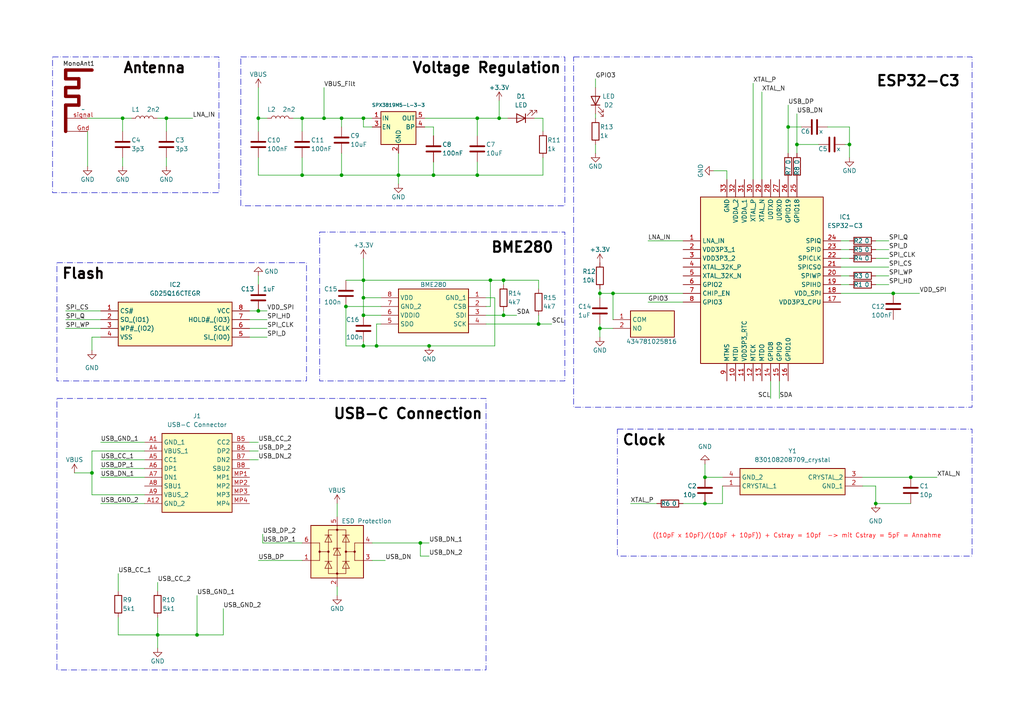
<source format=kicad_sch>
(kicad_sch (version 20230121) (generator eeschema)
  (paper "A4")
  (lib_symbols
    (symbol "830108208709:830108208709"
      (property "Reference" "Y" (at 36.83 7.62 0))
      (property "Value" "830108208709" (at 36.83 5.08 0))
      (symbol "830108208709_1_1"
        (rectangle (start 5.08 2.54) (end 35.56 -5.08) (stroke (width 0.254)) (fill (type background)))
        (pin passive line (at 0 -2.54 0) (length 5.08) (name "CRYSTAL_1") (number "1"))
        (pin passive line (at 40.64 -2.54 180) (length 5.08) (name "GND_1") (number "2"))
        (pin passive line (at 40.64 0 180) (length 5.08) (name "CRYSTAL_2") (number "3"))
        (pin passive line (at 0 0 0) (length 5.08) (name "GND_2") (number "4"))
      )
    )
    (symbol "BME280:BME280"
      (property "Reference" "HM" (at 26.67 7.62 0))
      (property "Value" "BME280" (at 26.67 5.08 0))
      (symbol "BME280_1_1"
        (rectangle (start 5.08 2.54) (end 25.4 -10.16) (stroke (width 0.254)) (fill (type background)))
        (pin power_in line (at 30.48 0 180) (length 5.08) (name "GND_1") (number "1"))
        (pin input line (at 30.48 -2.54 180) (length 5.08) (name "CSB") (number "2"))
        (pin passive line (at 30.48 -5.08 180) (length 5.08) (name "SDI") (number "3"))
        (pin passive line (at 30.48 -7.62 180) (length 5.08) (name "SCK") (number "4"))
        (pin passive line (at 0 -7.62 0) (length 5.08) (name "SDO") (number "5"))
        (pin power_in line (at 0 -5.08 0) (length 5.08) (name "VDDIO") (number "6"))
        (pin power_in line (at 0 -2.54 0) (length 5.08) (name "GND_2") (number "7"))
        (pin power_in line (at 0 0 0) (length 5.08) (name "VDD") (number "8"))
      )
    )
    (symbol "Device:C" (pin_numbers hide) (pin_names (offset 0.254))
      (property "Reference" "C" (at 0.635 2.54 0))
      (property "Value" "C" (at 0.635 -2.54 0))
      (symbol "C_0_1"
        (polyline (pts (xy -2.032 -0.762) (xy 2.032 -0.762)) (stroke (width 0.508)))
        (polyline (pts (xy -2.032 0.762) (xy 2.032 0.762)) (stroke (width 0.508)))
      )
      (symbol "C_1_1"
        (pin passive line (at 0 3.81 270) (length 2.794) (name "~") (number "1"))
        (pin passive line (at 0 -3.81 90) (length 2.794) (name "~") (number "2"))
      )
    )
    (symbol "Device:L" (pin_numbers hide) (pin_names (offset 1.016) hide)
      (property "Reference" "L" (at -1.27 0 90))
      (property "Value" "L" (at 1.905 0 90))
      (symbol "L_0_1"
        (arc (start 0 -2.54) (mid 0.6323 -1.905) (end 0 -1.27))
        (arc (start 0 -1.27) (mid 0.6323 -0.635) (end 0 0))
        (arc (start 0 0) (mid 0.6323 0.635) (end 0 1.27))
        (arc (start 0 1.27) (mid 0.6323 1.905) (end 0 2.54))
      )
      (symbol "L_1_1"
        (pin passive line (at 0 3.81 270) (length 1.27) (name "1") (number "1"))
        (pin passive line (at 0 -3.81 90) (length 1.27) (name "2") (number "2"))
      )
    )
    (symbol "Device:LED" (pin_numbers hide) (pin_names (offset 1.016) hide)
      (property "Reference" "D" (at 0 2.54 0))
      (property "Value" "LED" (at 0 -2.54 0))
      (symbol "LED_0_1"
        (polyline (pts (xy -1.27 -1.27) (xy -1.27 1.27)) (stroke (width 0.254)))
        (polyline (pts (xy -1.27 0) (xy 1.27 0)))
        (polyline (pts (xy 1.27 -1.27) (xy 1.27 1.27) (xy -1.27 0) (xy 1.27 -1.27)) (stroke (width 0.254)))
        (polyline (pts (xy -3.048 -0.762) (xy -4.572 -2.286) (xy -3.81 -2.286) (xy -4.572 -2.286) (xy -4.572 -1.524)))
        (polyline (pts (xy -1.778 -0.762) (xy -3.302 -2.286) (xy -2.54 -2.286) (xy -3.302 -2.286) (xy -3.302 -1.524)))
      )
      (symbol "LED_1_1"
        (pin passive line (at -3.81 0 0) (length 2.54) (name "K") (number "1"))
        (pin passive line (at 3.81 0 180) (length 2.54) (name "A") (number "2"))
      )
    )
    (symbol "Device:R" (pin_numbers hide) (pin_names (offset 0))
      (property "Reference" "R" (at 2.032 0 90))
      (property "Value" "R" (at 0 0 90))
      (symbol "R_0_1"
        (rectangle (start -1.016 -2.54) (end 1.016 2.54) (stroke (width 0.254)))
      )
      (symbol "R_1_1"
        (pin passive line (at 0 3.81 270) (length 1.27) (name "~") (number "1"))
        (pin passive line (at 0 -3.81 90) (length 1.27) (name "~") (number "2"))
      )
    )
    (symbol "Device:antenna_triangle"
      (symbol "antenna_triangle_0_1"
        (polyline (pts (xy 1.27 -3.81) (xy -5.08 -3.81)))
        (polyline (pts (xy 1.27 0) (xy -5.08 0)))
      )
      (symbol "antenna_triangle_1_1"
        (polyline (pts (xy -5.08 -3.81) (xy -5.08 3.81)) (stroke (width 1)))
        (polyline (pts (xy -5.08 3.81) (xy -1.27 3.81)) (stroke (width 1)))
        (polyline (pts (xy -5.08 6.35) (xy -5.08 8.89)) (stroke (width 1)))
        (polyline (pts (xy -5.08 8.89) (xy -1.27 8.89)) (stroke (width 1)))
        (polyline (pts (xy -5.08 11.43) (xy -5.08 13.97)) (stroke (width 1)))
        (polyline (pts (xy -5.08 13.97) (xy 2.54 13.97)) (stroke (width 1)))
        (polyline (pts (xy -1.27 3.81) (xy -1.27 6.35)) (stroke (width 1)))
        (polyline (pts (xy -1.27 6.35) (xy -5.08 6.35)) (stroke (width 1)))
        (polyline (pts (xy -1.27 8.89) (xy -1.27 11.43)) (stroke (width 1)))
        (polyline (pts (xy -1.27 11.43) (xy -5.08 11.43)) (stroke (width 1)))
        (pin output line (at 1.27 -3.81 180) (length 2.54) (name "") (number "Gnd"))
        (pin input line (at 1.27 0 180) (length 2.54) (name "") (number "signal"))
      )
    )
    (symbol "ESP32-C3:ESP32-C3"
      (property "Reference" "IC" (at 41.91 17.78 0))
      (property "Value" "ESP32-C3" (at 41.91 15.24 0))
      (symbol "ESP32-C3_1_1"
        (rectangle (start 5.08 12.7) (end 40.64 -35.56) (stroke (width 0.254)) (fill (type background)))
        (pin passive line (at 0 0 0) (length 5.08) (name "LNA_IN") (number "1"))
        (pin passive line (at 15.24 -40.64 90) (length 5.08) (name "MTDI") (number "10"))
        (pin passive line (at 17.78 -40.64 90) (length 5.08) (name "VDD3P3_RTC") (number "11"))
        (pin passive line (at 20.32 -40.64 90) (length 5.08) (name "MTCK") (number "12"))
        (pin passive line (at 22.86 -40.64 90) (length 5.08) (name "MTDO") (number "13"))
        (pin passive line (at 25.4 -40.64 90) (length 5.08) (name "GPIO8") (number "14"))
        (pin passive line (at 27.94 -40.64 90) (length 5.08) (name "GPIO9") (number "15"))
        (pin passive line (at 30.48 -40.64 90) (length 5.08) (name "GPIO10") (number "16"))
        (pin passive line (at 45.72 -17.78 180) (length 5.08) (name "VDD3P3_CPU") (number "17"))
        (pin passive line (at 45.72 -15.24 180) (length 5.08) (name "VDD_SPI") (number "18"))
        (pin passive line (at 45.72 -12.7 180) (length 5.08) (name "SPIHD") (number "19"))
        (pin passive line (at 0 -2.54 0) (length 5.08) (name "VDD3P3_1") (number "2"))
        (pin passive line (at 45.72 -10.16 180) (length 5.08) (name "SPIWP") (number "20"))
        (pin passive line (at 45.72 -7.62 180) (length 5.08) (name "SPICS0") (number "21"))
        (pin passive line (at 45.72 -5.08 180) (length 5.08) (name "SPICLK") (number "22"))
        (pin passive line (at 45.72 -2.54 180) (length 5.08) (name "SPID") (number "23"))
        (pin passive line (at 45.72 0 180) (length 5.08) (name "SPIQ") (number "24"))
        (pin passive line (at 33.02 17.78 270) (length 5.08) (name "GPIO18") (number "25"))
        (pin passive line (at 30.48 17.78 270) (length 5.08) (name "GPIO19") (number "26"))
        (pin passive line (at 27.94 17.78 270) (length 5.08) (name "U0RXD") (number "27"))
        (pin passive line (at 25.4 17.78 270) (length 5.08) (name "U0TXD") (number "28"))
        (pin passive line (at 22.86 17.78 270) (length 5.08) (name "XTAL_N") (number "29"))
        (pin passive line (at 0 -5.08 0) (length 5.08) (name "VDD3P3_2") (number "3"))
        (pin passive line (at 20.32 17.78 270) (length 5.08) (name "XTAL_P") (number "30"))
        (pin passive line (at 17.78 17.78 270) (length 5.08) (name "VDDA_1") (number "31"))
        (pin passive line (at 15.24 17.78 270) (length 5.08) (name "VDDA_2") (number "32"))
        (pin passive line (at 12.7 17.78 270) (length 5.08) (name "GND") (number "33"))
        (pin passive line (at 0 -7.62 0) (length 5.08) (name "XTAL_32K_P") (number "4"))
        (pin passive line (at 0 -10.16 0) (length 5.08) (name "XTAL_32K_N") (number "5"))
        (pin passive line (at 0 -12.7 0) (length 5.08) (name "GPIO2") (number "6"))
        (pin passive line (at 0 -15.24 0) (length 5.08) (name "CHIP_EN") (number "7"))
        (pin passive line (at 0 -17.78 0) (length 5.08) (name "GPIO3") (number "8"))
        (pin passive line (at 12.7 -40.64 90) (length 5.08) (name "MTMS") (number "9"))
      )
    )
    (symbol "GD25Q16CTEGR:GD25Q16CTEGR"
      (property "Reference" "IC" (at 39.37 7.62 0))
      (property "Value" "GD25Q16CTEGR" (at 39.37 5.08 0))
      (symbol "GD25Q16CTEGR_1_1"
        (rectangle (start 5.08 2.54) (end 38.1 -10.16) (stroke (width 0.254)) (fill (type background)))
        (pin passive line (at 0 0 0) (length 5.08) (name "CS#") (number "1"))
        (pin passive line (at 0 -2.54 0) (length 5.08) (name "SO_(IO1)") (number "2"))
        (pin passive line (at 0 -5.08 0) (length 5.08) (name "WP#_(IO2)") (number "3"))
        (pin passive line (at 0 -7.62 0) (length 5.08) (name "VSS") (number "4"))
        (pin passive line (at 43.18 -7.62 180) (length 5.08) (name "SI_(IO0)") (number "5"))
        (pin passive line (at 43.18 -5.08 180) (length 5.08) (name "SCLK") (number "6"))
        (pin passive line (at 43.18 -2.54 180) (length 5.08) (name "HOLD#_(IO3)") (number "7"))
        (pin passive line (at 43.18 0 180) (length 5.08) (name "VCC") (number "8"))
      )
    )
    (symbol "GSB1C41110SSHR:GSB1C41110SSHR"
      (property "Reference" "J" (at 26.67 7.62 0))
      (property "Value" "GSB1C41110SSHR" (at 26.67 5.08 0))
      (symbol "GSB1C41110SSHR_1_1"
        (rectangle (start 5.08 2.54) (end 25.4 -20.32) (stroke (width 0.254)) (fill (type background)))
        (pin passive line (at 0 0 0) (length 5.08) (name "GND_1") (number "A1"))
        (pin passive line (at 0 -17.78 0) (length 5.08) (name "GND_2") (number "A12"))
        (pin passive line (at 0 -2.54 0) (length 5.08) (name "VBUS_1") (number "A4"))
        (pin passive line (at 0 -5.08 0) (length 5.08) (name "CC1") (number "A5"))
        (pin passive line (at 0 -7.62 0) (length 5.08) (name "DP1") (number "A6"))
        (pin passive line (at 0 -10.16 0) (length 5.08) (name "DN1") (number "A7"))
        (pin passive line (at 0 -12.7 0) (length 5.08) (name "SBU1") (number "A8"))
        (pin passive line (at 0 -15.24 0) (length 5.08) (name "VBUS_2") (number "A9"))
        (pin passive line (at 30.48 0 180) (length 5.08) (name "CC2") (number "B5"))
        (pin passive line (at 30.48 -2.54 180) (length 5.08) (name "DP2") (number "B6"))
        (pin passive line (at 30.48 -5.08 180) (length 5.08) (name "DN2") (number "B7"))
        (pin passive line (at 30.48 -7.62 180) (length 5.08) (name "SBU2") (number "B8"))
        (pin passive line (at 30.48 -10.16 180) (length 5.08) (name "MP1") (number "MP1"))
        (pin passive line (at 30.48 -12.7 180) (length 5.08) (name "MP2") (number "MP2"))
        (pin passive line (at 30.48 -15.24 180) (length 5.08) (name "MP3") (number "MP3"))
        (pin passive line (at 30.48 -17.78 180) (length 5.08) (name "MP4") (number "MP4"))
      )
    )
    (symbol "Power_Protection:USBLC6-2P6" (pin_names hide)
      (property "Reference" "U" (at 2.54 8.89 0))
      (property "Value" "USBLC6-2P6" (at 2.54 -8.89 0))
      (symbol "USBLC6-2P6_0_1"
        (rectangle (start -7.62 -7.62) (end 7.62 7.62) (stroke (width 0.254)) (fill (type background)))
        (circle (center -5.08 0) (radius 0.254) (fill (type outline)))
        (circle (center -2.54 0) (radius 0.254) (fill (type outline)))
        (rectangle (start -2.54 6.35) (end 2.54 -6.35))
        (circle (center 0 -6.35) (radius 0.254) (fill (type outline)))
        (polyline (pts (xy -5.08 -2.54) (xy -7.62 -2.54)))
        (polyline (pts (xy -5.08 0) (xy -5.08 -2.54)))
        (polyline (pts (xy -5.08 2.54) (xy -7.62 2.54)))
        (polyline (pts (xy -1.524 -2.794) (xy -3.556 -2.794)))
        (polyline (pts (xy -1.524 4.826) (xy -3.556 4.826)))
        (polyline (pts (xy 0 -7.62) (xy 0 -6.35)))
        (polyline (pts (xy 0 -6.35) (xy 0 1.27)))
        (polyline (pts (xy 0 1.27) (xy 0 6.35)))
        (polyline (pts (xy 0 6.35) (xy 0 7.62)))
        (polyline (pts (xy 1.524 -2.794) (xy 3.556 -2.794)))
        (polyline (pts (xy 1.524 4.826) (xy 3.556 4.826)))
        (polyline (pts (xy 5.08 -2.54) (xy 7.62 -2.54)))
        (polyline (pts (xy 5.08 0) (xy 5.08 -2.54)))
        (polyline (pts (xy 5.08 2.54) (xy 7.62 2.54)))
        (polyline (pts (xy -2.54 0) (xy -5.08 0) (xy -5.08 2.54)))
        (polyline (pts (xy 2.54 0) (xy 5.08 0) (xy 5.08 2.54)))
        (polyline (pts (xy -3.556 -4.826) (xy -1.524 -4.826) (xy -2.54 -2.794) (xy -3.556 -4.826)))
        (polyline (pts (xy -3.556 2.794) (xy -1.524 2.794) (xy -2.54 4.826) (xy -3.556 2.794)))
        (polyline (pts (xy -1.016 -1.016) (xy 1.016 -1.016) (xy 0 1.016) (xy -1.016 -1.016)))
        (polyline (pts (xy 1.016 1.016) (xy 0.762 1.016) (xy -1.016 1.016) (xy -1.016 0.508)))
        (polyline (pts (xy 3.556 -4.826) (xy 1.524 -4.826) (xy 2.54 -2.794) (xy 3.556 -4.826)))
        (polyline (pts (xy 3.556 2.794) (xy 1.524 2.794) (xy 2.54 4.826) (xy 3.556 2.794)))
        (circle (center 0 6.35) (radius 0.254) (fill (type outline)))
        (circle (center 2.54 0) (radius 0.254) (fill (type outline)))
        (circle (center 5.08 0) (radius 0.254) (fill (type outline)))
      )
      (symbol "USBLC6-2P6_1_1"
        (pin passive line (at -10.16 -2.54 0) (length 2.54) (name "I/O1") (number "1"))
        (pin passive line (at 0 -10.16 90) (length 2.54) (name "GND") (number "2"))
        (pin passive line (at 10.16 -2.54 180) (length 2.54) (name "I/O2") (number "3"))
        (pin passive line (at 10.16 2.54 180) (length 2.54) (name "I/O2") (number "4"))
        (pin passive line (at 0 10.16 270) (length 2.54) (name "VBUS") (number "5"))
        (pin passive line (at -10.16 2.54 0) (length 2.54) (name "I/O1") (number "6"))
      )
    )
    (symbol "Regulator_Linear:SPX3819M5-L-3-3" (pin_names (offset 0.254))
      (property "Reference" "U" (at -3.81 5.715 0))
      (property "Value" "SPX3819M5-L-3-3" (at 0 5.715 0))
      (symbol "SPX3819M5-L-3-3_0_1"
        (rectangle (start -5.08 4.445) (end 5.08 -5.08) (stroke (width 0.254)) (fill (type background)))
      )
      (symbol "SPX3819M5-L-3-3_1_1"
        (pin power_in line (at -7.62 2.54 0) (length 2.54) (name "IN") (number "1"))
        (pin power_in line (at 0 -7.62 90) (length 2.54) (name "GND") (number "2"))
        (pin input line (at -7.62 0 0) (length 2.54) (name "EN") (number "3"))
        (pin input line (at 7.62 0 180) (length 2.54) (name "BP") (number "4"))
        (pin power_out line (at 7.62 2.54 180) (length 2.54) (name "OUT") (number "5"))
      )
    )
    (symbol "power:+3.3V" (power) (pin_names (offset 0))
      (property "Value" "+3.3V" (at 0 3.556 0))
      (symbol "+3.3V_0_1"
        (polyline (pts (xy -0.762 1.27) (xy 0 2.54)))
        (polyline (pts (xy 0 0) (xy 0 2.54)))
        (polyline (pts (xy 0 2.54) (xy 0.762 1.27)))
      )
      (symbol "+3.3V_1_1"
        (pin power_in line (at 0 0 90) (length 0) hide (name "+3.3V") (number "1"))
      )
    )
    (symbol "power:GND" (power) (pin_names (offset 0))
      (property "Value" "GND" (at 0 -3.81 0))
      (symbol "GND_0_1"
        (polyline (pts (xy 0 0) (xy 0 -1.27) (xy 1.27 -1.27) (xy 0 -2.54) (xy -1.27 -1.27) (xy 0 -1.27)))
      )
      (symbol "GND_1_1"
        (pin power_in line (at 0 0 270) (length 0) hide (name "GND") (number "1"))
      )
    )
    (symbol "power:VBUS" (power) (pin_names (offset 0))
      (property "Value" "VBUS" (at 0 3.81 0))
      (symbol "VBUS_0_1"
        (polyline (pts (xy -0.762 1.27) (xy 0 2.54)))
        (polyline (pts (xy 0 0) (xy 0 2.54)))
        (polyline (pts (xy 0 2.54) (xy 0.762 1.27)))
      )
      (symbol "VBUS_1_1"
        (pin power_in line (at 0 0 90) (length 0) hide (name "VBUS") (number "1"))
      )
    )
    (symbol "tactical_switch_SensorHub:434781025816"
      (property "Reference" "S" (at 19.05 7.62 0))
      (property "Value" "434781025816" (at 19.05 5.08 0))
      (symbol "434781025816_1_1"
        (rectangle (start 5.08 2.54) (end 17.78 -5.08) (stroke (width 0.254)) (fill (type background)))
        (pin passive line (at 0 0 0) (length 5.08) (name "COM") (number "1"))
        (pin passive line (at 0 -2.54 0) (length 5.08) (name "NO") (number "2"))
      )
    )
  )
  (junction (at 156.21 93.98))
  (junction (at 228.6 36.83))
  (junction (at 246.38 41.91))
  (junction (at 173.99 95.25))
  (junction (at 105.41 91.44))
  (junction (at 124.46 100.33))
  (junction (at 259.08 85.09))
  (junction (at 87.63 34.29))
  (junction (at 264.16 138.43))
  (junction (at 26.67 137.16))
  (junction (at 74.93 90.17))
  (junction (at 121.92 157.48))
  (junction (at 146.05 81.28))
  (junction (at 87.63 50.8))
  (junction (at 105.41 81.28))
  (junction (at 109.22 100.33))
  (junction (at 115.57 50.8))
  (junction (at 144.78 34.29))
  (junction (at 57.15 184.15))
  (junction (at 100.33 88.9))
  (junction (at 105.41 100.33))
  (junction (at 142.24 81.28))
  (junction (at 35.56 34.29))
  (junction (at 125.73 50.8))
  (junction (at 99.06 34.29))
  (junction (at 173.99 85.09))
  (junction (at 105.41 86.36))
  (junction (at 74.93 34.29))
  (junction (at 99.06 50.8))
  (junction (at 177.8 85.09))
  (junction (at 138.43 34.29))
  (junction (at 105.41 34.29))
  (junction (at 45.72 184.15))
  (junction (at 204.47 146.05))
  (junction (at 231.14 41.91))
  (junction (at 93.98 34.29))
  (junction (at 254 146.05))
  (junction (at 146.05 91.44))
  (junction (at 48.26 34.29))
  (junction (at 138.43 50.8))
  (junction (at 204.47 138.43))
  (wire (pts (xy 72.39 97.79) (xy 77.47 97.79)))
  (wire (pts (xy 97.79 170.18) (xy 97.79 172.72)))
  (wire (pts (xy 173.99 83.82) (xy 173.99 85.09)))
  (wire (pts (xy 231.14 41.91) (xy 231.14 44.45)))
  (wire (pts (xy 57.15 172.72) (xy 57.15 184.15)))
  (wire (pts (xy 243.84 77.47) (xy 257.81 77.47)))
  (wire (pts (xy 246.38 41.91) (xy 246.38 36.83)))
  (wire (pts (xy 182.88 146.05) (xy 190.5 146.05)))
  (wire (pts (xy 173.99 85.09) (xy 177.8 85.09)))
  (wire (pts (xy 243.84 82.55) (xy 246.38 82.55)))
  (wire (pts (xy 109.22 100.33) (xy 105.41 100.33)))
  (wire (pts (xy 74.93 25.4) (xy 74.93 34.29)))
  (wire (pts (xy 220.98 26.67) (xy 220.98 52.07)))
  (wire (pts (xy 29.21 128.27) (xy 41.91 128.27)))
  (wire (pts (xy 74.93 38.1) (xy 74.93 34.29)))
  (wire (pts (xy 48.26 45.72) (xy 48.26 48.26)))
  (wire (pts (xy 35.56 34.29) (xy 38.1 34.29)))
  (wire (pts (xy 72.39 90.17) (xy 74.93 90.17)))
  (wire (pts (xy 142.24 81.28) (xy 146.05 81.28)))
  (wire (pts (xy 97.79 146.05) (xy 97.79 149.86)))
  (wire (pts (xy 64.77 176.53) (xy 64.77 184.15)))
  (wire (pts (xy 226.06 110.49) (xy 226.06 115.57)))
  (wire (pts (xy 173.99 93.98) (xy 173.99 95.25)))
  (wire (pts (xy 146.05 81.28) (xy 146.05 82.55)))
  (wire (pts (xy 76.2 157.48) (xy 87.63 157.48)))
  (wire (pts (xy 87.63 50.8) (xy 99.06 50.8)))
  (wire (pts (xy 146.05 90.17) (xy 146.05 91.44)))
  (wire (pts (xy 173.99 95.25) (xy 177.8 95.25)))
  (wire (pts (xy 243.84 80.01) (xy 246.38 80.01)))
  (wire (pts (xy 72.39 92.71) (xy 77.47 92.71)))
  (wire (pts (xy 29.21 138.43) (xy 41.91 138.43)))
  (wire (pts (xy 105.41 34.29) (xy 105.41 36.83)))
  (wire (pts (xy 228.6 36.83) (xy 232.41 36.83)))
  (wire (pts (xy 76.2 154.94) (xy 76.2 157.48)))
  (wire (pts (xy 19.05 95.25) (xy 29.21 95.25)))
  (wire (pts (xy 25.4 38.1) (xy 25.4 48.26)))
  (wire (pts (xy 109.22 93.98) (xy 109.22 100.33)))
  (wire (pts (xy 125.73 46.99) (xy 125.73 50.8)))
  (wire (pts (xy 74.93 80.01) (xy 74.93 82.55)))
  (wire (pts (xy 250.19 138.43) (xy 264.16 138.43)))
  (wire (pts (xy 177.8 85.09) (xy 177.8 92.71)))
  (wire (pts (xy 157.48 50.8) (xy 138.43 50.8)))
  (wire (pts (xy 87.63 45.72) (xy 87.63 50.8)))
  (wire (pts (xy 187.96 69.85) (xy 198.12 69.85)))
  (wire (pts (xy 172.72 22.86) (xy 172.72 25.4)))
  (wire (pts (xy 99.06 44.45) (xy 99.06 50.8)))
  (wire (pts (xy 107.95 34.29) (xy 105.41 34.29)))
  (wire (pts (xy 204.47 146.05) (xy 209.55 146.05)))
  (wire (pts (xy 144.78 34.29) (xy 147.32 34.29)))
  (wire (pts (xy 142.24 88.9) (xy 140.97 88.9)))
  (wire (pts (xy 115.57 50.8) (xy 115.57 53.34)))
  (wire (pts (xy 228.6 30.48) (xy 228.6 36.83)))
  (wire (pts (xy 115.57 50.8) (xy 125.73 50.8)))
  (wire (pts (xy 156.21 83.82) (xy 156.21 81.28)))
  (wire (pts (xy 246.38 36.83) (xy 240.03 36.83)))
  (wire (pts (xy 138.43 46.99) (xy 138.43 50.8)))
  (wire (pts (xy 243.84 85.09) (xy 259.08 85.09)))
  (wire (pts (xy 72.39 130.81) (xy 74.93 130.81)))
  (wire (pts (xy 35.56 38.1) (xy 35.56 34.29)))
  (wire (pts (xy 74.93 34.29) (xy 77.47 34.29)))
  (wire (pts (xy 85.09 34.29) (xy 87.63 34.29)))
  (wire (pts (xy 254 140.97) (xy 254 146.05)))
  (wire (pts (xy 254 74.93) (xy 257.81 74.93)))
  (wire (pts (xy 21.59 137.16) (xy 26.67 137.16)))
  (wire (pts (xy 107.95 162.56) (xy 111.76 162.56)))
  (wire (pts (xy 173.99 97.79) (xy 173.99 95.25)))
  (wire (pts (xy 146.05 91.44) (xy 149.86 91.44)))
  (wire (pts (xy 259.08 85.09) (xy 266.7 85.09)))
  (wire (pts (xy 254 72.39) (xy 257.81 72.39)))
  (wire (pts (xy 254 80.01) (xy 257.81 80.01)))
  (wire (pts (xy 254 82.55) (xy 257.81 82.55)))
  (wire (pts (xy 100.33 88.9) (xy 110.49 88.9)))
  (wire (pts (xy 74.93 45.72) (xy 74.93 50.8)))
  (wire (pts (xy 121.92 157.48) (xy 124.46 157.48)))
  (wire (pts (xy 29.21 133.35) (xy 41.91 133.35)))
  (wire (pts (xy 45.72 34.29) (xy 48.26 34.29)))
  (wire (pts (xy 26.67 97.79) (xy 26.67 101.6)))
  (wire (pts (xy 140.97 93.98) (xy 156.21 93.98)))
  (wire (pts (xy 34.29 184.15) (xy 45.72 184.15)))
  (wire (pts (xy 87.63 34.29) (xy 87.63 38.1)))
  (wire (pts (xy 72.39 133.35) (xy 74.93 133.35)))
  (wire (pts (xy 72.39 128.27) (xy 74.93 128.27)))
  (wire (pts (xy 125.73 36.83) (xy 123.19 36.83)))
  (wire (pts (xy 172.72 41.91) (xy 172.72 44.45)))
  (wire (pts (xy 34.29 166.37) (xy 34.29 171.45)))
  (wire (pts (xy 93.98 25.4) (xy 93.98 34.29)))
  (wire (pts (xy 115.57 44.45) (xy 115.57 50.8)))
  (wire (pts (xy 107.95 36.83) (xy 105.41 36.83)))
  (wire (pts (xy 187.96 87.63) (xy 198.12 87.63)))
  (wire (pts (xy 105.41 100.33) (xy 100.33 100.33)))
  (wire (pts (xy 48.26 34.29) (xy 48.26 38.1)))
  (wire (pts (xy 105.41 81.28) (xy 105.41 74.93)))
  (wire (pts (xy 99.06 34.29) (xy 99.06 36.83)))
  (wire (pts (xy 105.41 91.44) (xy 105.41 86.36)))
  (wire (pts (xy 143.51 100.33) (xy 143.51 86.36)))
  (wire (pts (xy 243.84 69.85) (xy 246.38 69.85)))
  (wire (pts (xy 100.33 81.28) (xy 105.41 81.28)))
  (wire (pts (xy 173.99 86.36) (xy 173.99 85.09)))
  (wire (pts (xy 172.72 33.02) (xy 172.72 34.29)))
  (wire (pts (xy 110.49 86.36) (xy 105.41 86.36)))
  (wire (pts (xy 45.72 179.07) (xy 45.72 184.15)))
  (wire (pts (xy 237.49 41.91) (xy 231.14 41.91)))
  (wire (pts (xy 74.93 162.56) (xy 87.63 162.56)))
  (wire (pts (xy 144.78 29.21) (xy 144.78 34.29)))
  (wire (pts (xy 74.93 90.17) (xy 77.47 90.17)))
  (wire (pts (xy 45.72 168.91) (xy 45.72 171.45)))
  (wire (pts (xy 29.21 97.79) (xy 26.67 97.79)))
  (wire (pts (xy 243.84 74.93) (xy 246.38 74.93)))
  (wire (pts (xy 125.73 39.37) (xy 125.73 36.83)))
  (wire (pts (xy 19.05 92.71) (xy 29.21 92.71)))
  (wire (pts (xy 72.39 95.25) (xy 77.47 95.25)))
  (wire (pts (xy 19.05 90.17) (xy 29.21 90.17)))
  (wire (pts (xy 105.41 86.36) (xy 105.41 81.28)))
  (wire (pts (xy 138.43 34.29) (xy 144.78 34.29)))
  (wire (pts (xy 140.97 91.44) (xy 146.05 91.44)))
  (wire (pts (xy 254 69.85) (xy 257.81 69.85)))
  (wire (pts (xy 100.33 100.33) (xy 100.33 88.9)))
  (wire (pts (xy 254 146.05) (xy 264.16 146.05)))
  (wire (pts (xy 207.01 49.53) (xy 210.82 49.53)))
  (wire (pts (xy 26.67 130.81) (xy 26.67 137.16)))
  (wire (pts (xy 99.06 50.8) (xy 115.57 50.8)))
  (wire (pts (xy 246.38 45.72) (xy 246.38 41.91)))
  (wire (pts (xy 231.14 33.02) (xy 231.14 41.91)))
  (wire (pts (xy 223.52 110.49) (xy 223.52 115.57)))
  (wire (pts (xy 204.47 138.43) (xy 209.55 138.43)))
  (wire (pts (xy 57.15 184.15) (xy 45.72 184.15)))
  (wire (pts (xy 34.29 179.07) (xy 34.29 184.15)))
  (wire (pts (xy 105.41 34.29) (xy 99.06 34.29)))
  (wire (pts (xy 105.41 99.06) (xy 105.41 100.33)))
  (wire (pts (xy 25.4 34.29) (xy 35.56 34.29)))
  (wire (pts (xy 124.46 161.29) (xy 121.92 161.29)))
  (wire (pts (xy 243.84 72.39) (xy 246.38 72.39)))
  (wire (pts (xy 110.49 91.44) (xy 105.41 91.44)))
  (wire (pts (xy 93.98 34.29) (xy 99.06 34.29)))
  (wire (pts (xy 157.48 34.29) (xy 157.48 38.1)))
  (wire (pts (xy 142.24 81.28) (xy 142.24 88.9)))
  (wire (pts (xy 45.72 184.15) (xy 45.72 187.96)))
  (wire (pts (xy 107.95 157.48) (xy 121.92 157.48)))
  (wire (pts (xy 156.21 81.28) (xy 146.05 81.28)))
  (wire (pts (xy 35.56 45.72) (xy 35.56 48.26)))
  (wire (pts (xy 74.93 50.8) (xy 87.63 50.8)))
  (wire (pts (xy 121.92 161.29) (xy 121.92 157.48)))
  (wire (pts (xy 29.21 146.05) (xy 41.91 146.05)))
  (wire (pts (xy 157.48 45.72) (xy 157.48 50.8)))
  (wire (pts (xy 48.26 34.29) (xy 55.88 34.29)))
  (wire (pts (xy 125.73 50.8) (xy 138.43 50.8)))
  (wire (pts (xy 124.46 100.33) (xy 143.51 100.33)))
  (wire (pts (xy 246.38 41.91) (xy 245.11 41.91)))
  (wire (pts (xy 228.6 36.83) (xy 228.6 44.45)))
  (wire (pts (xy 218.44 24.13) (xy 218.44 52.07)))
  (wire (pts (xy 110.49 93.98) (xy 109.22 93.98)))
  (wire (pts (xy 209.55 140.97) (xy 209.55 146.05)))
  (wire (pts (xy 156.21 91.44) (xy 156.21 93.98)))
  (wire (pts (xy 29.21 135.89) (xy 41.91 135.89)))
  (wire (pts (xy 198.12 146.05) (xy 204.47 146.05)))
  (wire (pts (xy 156.21 93.98) (xy 160.02 93.98)))
  (wire (pts (xy 142.24 81.28) (xy 105.41 81.28)))
  (wire (pts (xy 254 140.97) (xy 250.19 140.97)))
  (wire (pts (xy 123.19 34.29) (xy 138.43 34.29)))
  (wire (pts (xy 210.82 49.53) (xy 210.82 52.07)))
  (wire (pts (xy 41.91 130.81) (xy 26.67 130.81)))
  (wire (pts (xy 143.51 86.36) (xy 140.97 86.36)))
  (wire (pts (xy 138.43 39.37) (xy 138.43 34.29)))
  (wire (pts (xy 87.63 34.29) (xy 93.98 34.29)))
  (wire (pts (xy 26.67 137.16) (xy 26.67 143.51)))
  (wire (pts (xy 64.77 184.15) (xy 57.15 184.15)))
  (wire (pts (xy 264.16 138.43) (xy 271.78 138.43)))
  (wire (pts (xy 124.46 100.33) (xy 109.22 100.33)))
  (wire (pts (xy 204.47 138.43) (xy 204.47 134.62)))
  (wire (pts (xy 157.48 34.29) (xy 154.94 34.29)))
  (wire (pts (xy 41.91 143.51) (xy 26.67 143.51)))
  (wire (pts (xy 177.8 85.09) (xy 198.12 85.09)))
  (rectangle (start 166.37 16.51) (end 281.94 118.11) (stroke (width 0) (type dash_dot)))
  (rectangle (start 16.51 76.2) (end 88.9 110.49) (stroke (width 0) (type dash_dot)))
  (rectangle (start 69.85 16.51) (end 163.83 59.69) (stroke (width 0) (type dash_dot)))
  (rectangle (start 92.71 67.31) (end 163.83 110.49) (stroke (width 0) (type dash_dot)))
  (rectangle (start 16.51 115.57) (end 140.97 194.31) (stroke (width 0) (type dash_dot)))
  (rectangle (start 179.07 124.46) (end 281.94 161.29) (stroke (width 0) (type dash_dot)))
  (rectangle (start 15.24 16.51) (end 63.5 55.88) (stroke (width 0) (type dash_dot)))
  (text "Clock\n" (at 180.34 129.54 0) (effects (font (size 3 3) (thickness 0.6) bold) (justify left bottom)))
  (text "USB-C Connection\n" (at 96.52 121.92 0) (effects (font (size 3 3) (thickness 0.6) bold) (justify left bottom)))
  (text "ESP32-C3" (at 254 25.4 0) (effects (font (size 3 3) (thickness 0.6) bold) (justify left bottom)))
  (text "Voltage Regulation\n" (at 119.38 21.59 0) (effects (font (size 3 3) (thickness 0.6) bold) (justify left bottom)))
  (text "((10pF x 10pF)/(10pF + 10pF)) + Cstray = 10pf  -> mit Cstray = 5pF = Annahme" (at 189.23 156.21 0) (effects (font (size 1.27 1.27)) (justify left bottom)))
  (text "Flash\n" (at 17.78 81.28 0) (effects (font (size 3 3) (thickness 0.6) bold) (justify left bottom)))
  (text "Antenna\n" (at 35.56 21.59 0) (effects (font (size 3 3) (thickness 0.6) bold) (justify left bottom)))
  (text "BME280" (at 142.24 73.66 0) (effects (font (size 3 3) (thickness 0.6) bold) (justify left bottom)))
  (label "USB_DP" (at 228.6 30.48 0))
  (label "USB_GND_2" (at 64.77 176.53 0))
  (label "SPI_WP" (at 19.05 95.25 0))
  (label "VDD_SPI" (at 266.7 85.09 0))
  (label "VDD_SPI" (at 77.47 90.17 0))
  (label "GPIO3" (at 172.72 22.86 0))
  (label "LNA_IN" (at 187.96 69.85 0))
  (label "USB_CC_2" (at 74.93 128.27 0))
  (label "SDA" (at 226.06 115.57 0))
  (label "USB_DN" (at 111.76 162.56 0))
  (label "USB_GND_2" (at 29.21 146.05 0))
  (label "LNA_IN" (at 55.88 34.29 0))
  (label "USB_DN" (at 231.14 33.02 0))
  (label "GPIO3" (at 187.96 87.63 0))
  (label "USB_DN_1" (at 29.21 138.43 0))
  (label "USB_CC_1" (at 29.21 133.35 0))
  (label "XTAL_N" (at 220.98 26.67 0))
  (label "SPI_CLK" (at 77.47 95.25 0))
  (label "USB_GND_1" (at 57.15 172.72 0))
  (label "SPI_D" (at 257.81 72.39 0))
  (label "USB_DP_2" (at 76.2 154.94 0))
  (label "VBUS_Filt" (at 93.98 25.4 0))
  (label "SCL" (at 223.52 115.57 180))
  (label "SPI_CLK" (at 257.81 74.93 0))
  (label "SPI_CS" (at 19.05 90.17 0))
  (label "USB_CC_2" (at 45.72 168.91 0))
  (label "USB_DP_1" (at 76.2 157.48 0))
  (label "XTAL_P" (at 182.88 146.05 0))
  (label "SPI_Q" (at 257.81 69.85 0))
  (label "SDA" (at 149.86 91.44 0))
  (label "USB_DP_1" (at 29.21 135.89 0))
  (label "USB_DP" (at 74.93 162.56 0))
  (label "USB_DP_2" (at 74.93 130.81 0))
  (label "USB_CC_1" (at 34.29 166.37 0))
  (label "XTAL_N" (at 271.78 138.43 0))
  (label "USB_DN_1" (at 124.46 157.48 0))
  (label "USB_DN_2" (at 74.93 133.35 0))
  (label "SCL" (at 160.02 93.98 0))
  (label "SPI_WP" (at 257.81 80.01 0))
  (label "SPI_CS" (at 257.81 77.47 0))
  (label "SPI_Q" (at 19.05 92.71 0))
  (label "USB_DN_2" (at 124.46 161.29 0))
  (label "SPI_HD" (at 257.81 82.55 0))
  (label "XTAL_P" (at 218.44 24.13 0))
  (label "SPI_D" (at 77.47 97.79 0))
  (label "USB_GND_1" (at 29.21 128.27 0))
  (label "SPI_HD" (at 77.47 92.71 0))
  (symbol (lib_id "Device:R") (at 156.21 87.63 0) (unit 1)
    (property "Reference" "R15" (at 157.48 86.36 0) (effects (justify left)))
    (property "Value" "4k7" (at 157.48 88.9 0) (effects (justify left)))
  )
  (symbol (lib_id "Device:C") (at 74.93 41.91 0) (unit 1)
    (property "Reference" "C10" (at 77.47 40.64 0) (effects (justify left)))
    (property "Value" "100nF" (at 77.47 43.18 0) (effects (justify left)))
  )
  (symbol (lib_id "Device:C") (at 99.06 40.64 0) (unit 1)
    (property "Reference" "C9" (at 101.6 39.37 0) (effects (justify left)))
    (property "Value" "10uF" (at 101.6 41.91 0) (effects (justify left)))
  )
  (symbol (lib_id "power:+3.3V") (at 144.78 29.21 0) (unit 1)
    (property "Reference" "#PWR011" (effects hide))
    (property "Value" "+3.3V" (at 144.78 25.4 0))
  )
  (symbol (lib_id "power:GND") (at 25.4 48.26 0) (unit 1)
    (property "Reference" "#PWR06" (effects hide))
    (property "Value" "GND" (at 25.4 52.07 0))
  )
  (symbol (lib_id "ESP32-C3:ESP32-C3") (at 198.12 69.85 0) (unit 1)
    (property "Reference" "IC1" (at 245.11 62.9219 0))
    (property "Value" "ESP32-C3" (at 245.11 65.4619 0))
    (property "Footprint" "QFN50P500X500X90-33N-D" (effects hide))
    (property "Datasheet" "https://www.espressif.com/sites/default/files/documentation/esp32-c3_datasheet_en.pdf" (effects hide))
    (property "Height" "0.9" (effects hide))
    (property "Mouser Part Number" "356-ESP32-C3" (effects hide))
    (property "Mouser Price/Stock" "https://www.mouser.co.uk/ProductDetail/Espressif-Systems/ESP32-C3?qs=iLbezkQI%252BsiMXe7tMG%252Bo%2FA%3D%3D" (effects hide))
    (property "Manufacturer_Name" "Espressif Systems" (effects hide))
    (property "Manufacturer_Part_Number" "ESP32-C3" (effects hide))
  )
  (symbol (lib_id "Device:C") (at 138.43 43.18 0) (unit 1)
    (property "Reference" "C7" (at 140.97 41.91 0) (effects (justify left)))
    (property "Value" "10uF" (at 140.97 44.45 0) (effects (justify left)))
  )
  (symbol (lib_id "Device:C") (at 100.33 85.09 0) (unit 1)
    (property "Reference" "C15" (at 93.98 83.82 0) (effects (justify left)))
    (property "Value" "100n" (at 93.98 87.63 0) (effects (justify left)))
  )
  (symbol (lib_id "Device:R") (at 250.19 74.93 90) (unit 1)
    (property "Reference" "R4" (at 248.92 74.93 90))
    (property "Value" "0" (at 251.46 74.93 90))
  )
  (symbol (lib_id "Device:C") (at 35.56 41.91 0) (unit 1)
    (property "Reference" "C4" (at 38.1 40.64 0) (effects (justify left)))
    (property "Value" "3p3" (at 38.1 43.18 0) (effects (justify left)))
  )
  (symbol (lib_id "power:GND") (at 246.38 45.72 0) (unit 1)
    (property "Reference" "#PWR08" (effects hide))
    (property "Value" "GND" (at 246.38 49.53 0))
  )
  (symbol (lib_id "Regulator_Linear:SPX3819M5-L-3-3") (at 115.57 36.83 0) (unit 1)
    (property "Reference" "U2" (effects hide))
    (property "Value" "SPX3819M5-L-3-3" (at 115.57 30.48 0) (effects (font (size 1 1))))
    (property "Footprint" "Package_TO_SOT_SMD:SOT-23-5" (effects hide))
    (property "Datasheet" "https://www.exar.com/content/document.ashx?id=22106&languageid=1033&type=Datasheet&partnumber=SPX3819&filename=SPX3819.pdf&part=SPX3819" (effects hide))
  )
  (symbol (lib_id "power:GND") (at 26.67 101.6 0) (unit 1)
    (property "Reference" "#PWR01" (effects hide))
    (property "Value" "GND" (at 26.67 106.68 0))
  )
  (symbol (lib_id "power:VBUS") (at 21.59 137.16 0) (unit 1)
    (property "Reference" "#PWR016" (effects hide))
    (property "Value" "VBUS" (at 21.59 133.35 0))
  )
  (symbol (lib_id "Device:C") (at 236.22 36.83 90) (unit 1)
    (property "Reference" "C6" (at 234.95 38.1 90) (effects (justify left)))
    (property "Value" "x" (at 238.76 38.1 90) (effects (justify left)))
  )
  (symbol (lib_id "Device:L") (at 41.91 34.29 90) (unit 1)
    (property "Reference" "L1" (at 39.37 31.75 90))
    (property "Value" "2n2" (at 44.45 31.75 90))
  )
  (symbol (lib_id "Device:R") (at 172.72 38.1 180) (unit 1)
    (property "Reference" "R13" (at 173.99 36.83 0) (effects (justify right)))
    (property "Value" "1k" (at 173.99 39.37 0) (effects (justify right)))
  )
  (symbol (lib_id "Device:C") (at 259.08 88.9 0) (unit 1)
    (property "Reference" "C12" (at 252.73 88.9 0) (effects (justify left)))
    (property "Value" "100nF" (at 252.73 91.44 0) (effects (justify left)))
  )
  (symbol (lib_id "Device:C") (at 74.93 86.36 0) (unit 1)
    (property "Reference" "C13" (at 69.85 83.82 0) (effects (justify left)))
    (property "Value" "1uF" (at 76.2 83.82 0) (effects (justify left)))
  )
  (symbol (lib_id "Device:R") (at 34.29 175.26 0) (unit 1)
    (property "Reference" "R9" (at 35.56 173.99 0) (effects (justify left)))
    (property "Value" "5k1" (at 35.56 176.53 0) (effects (justify left)))
  )
  (symbol (lib_id "Device:C") (at 125.73 43.18 0) (unit 1)
    (property "Reference" "C8" (at 128.27 41.91 0) (effects (justify left)))
    (property "Value" "100nF" (at 128.27 44.45 0) (effects (justify left)))
  )
  (symbol (lib_id "Power_Protection:USBLC6-2P6") (at 97.79 160.02 0) (unit 1)
    (property "Reference" "U1" (effects hide))
    (property "Value" "ESD Protection" (at 99.06 151.13 0) (effects (justify left)))
    (property "Footprint" "Package_TO_SOT_SMD:SOT-666" (effects hide))
    (property "Datasheet" "https://www.st.com/resource/en/datasheet/usblc6-2.pdf" (effects hide))
  )
  (symbol (lib_id "Device:R") (at 250.19 80.01 90) (unit 1)
    (property "Reference" "R3" (at 248.92 80.01 90))
    (property "Value" "0" (at 251.46 80.01 90))
  )
  (symbol (lib_id "Device:LED") (at 151.13 34.29 180) (unit 1)
    (property "Reference" "D1" (at 151.13 27.94 0))
    (property "Value" "LED" (at 151.13 30.48 0))
  )
  (symbol (lib_id "power:GND") (at 172.72 44.45 0) (unit 1)
    (property "Reference" "#PWR019" (effects hide))
    (property "Value" "GND" (at 172.72 48.26 0))
  )
  (symbol (lib_id "Device:R") (at 194.31 146.05 90) (unit 1)
    (property "Reference" "R6" (at 193.04 146.05 90))
    (property "Value" "0" (at 195.58 146.05 90))
  )
  (symbol (lib_id "power:GND") (at 124.46 100.33 0) (unit 1)
    (property "Reference" "#PWR020" (effects hide))
    (property "Value" "GND" (at 124.46 104.14 0))
  )
  (symbol (lib_id "Device:C") (at 173.99 90.17 0) (unit 1)
    (property "Reference" "C14" (at 167.64 88.9 0) (effects (justify left)))
    (property "Value" "1uF" (at 167.64 91.44 0) (effects (justify left)))
  )
  (symbol (lib_id "Device:C") (at 241.3 41.91 90) (unit 1)
    (property "Reference" "C5" (at 240.03 43.18 90) (effects (justify left)))
    (property "Value" "x" (at 243.84 43.18 90) (effects (justify left)))
  )
  (symbol (lib_id "Device:R") (at 173.99 80.01 0) (unit 1)
    (property "Reference" "R12" (at 168.91 78.74 0) (effects (justify left)))
    (property "Value" "10k" (at 168.91 81.28 0) (effects (justify left)))
  )
  (symbol (lib_id "Device:C") (at 105.41 95.25 0) (unit 1)
    (property "Reference" "C16" (at 100.33 92.71 0) (effects (justify left)))
    (property "Value" "100n" (at 100.33 97.79 0) (effects (justify left)))
  )
  (symbol (lib_id "Device:R") (at 250.19 69.85 90) (unit 1)
    (property "Reference" "R2" (at 248.92 69.85 90))
    (property "Value" "0" (at 251.46 69.85 90))
  )
  (symbol (lib_id "Device:LED") (at 172.72 29.21 90) (unit 1)
    (property "Reference" "D2" (at 176.53 30.48 90))
    (property "Value" "LED" (at 176.53 27.94 90))
  )
  (symbol (lib_id "power:+3.3V") (at 105.41 74.93 0) (unit 1)
    (property "Reference" "#PWR021" (effects hide))
    (property "Value" "+3.3V" (at 105.41 71.12 0))
  )
  (symbol (lib_id "power:GND") (at 207.01 49.53 270) (unit 1)
    (property "Reference" "#PWR07" (effects hide))
    (property "Value" "GND" (at 203.2 49.53 0))
  )
  (symbol (lib_id "Device:R") (at 250.19 82.55 90) (unit 1)
    (property "Reference" "R1" (at 248.92 82.55 90))
    (property "Value" "0" (at 251.46 82.55 90))
  )
  (symbol (lib_id "power:GND") (at 204.47 134.62 180) (unit 1)
    (property "Reference" "#PWR03" (effects hide))
    (property "Value" "GND" (at 204.47 129.54 0))
  )
  (symbol (lib_id "power:GND") (at 173.99 97.79 0) (unit 1)
    (property "Reference" "#PWR018" (effects hide))
    (property "Value" "GND" (at 173.99 101.6 0))
  )
  (symbol (lib_id "power:GND") (at 48.26 48.26 0) (unit 1)
    (property "Reference" "#PWR05" (effects hide))
    (property "Value" "GND" (at 48.26 52.07 0))
  )
  (symbol (lib_id "830108208709:830108208709") (at 209.55 138.43 0) (unit 1)
    (property "Reference" "Y1" (at 229.87 130.81 0))
    (property "Value" "830108208709_crystal" (at 229.87 133.35 0))
    (property "Footprint" "830108208709" (effects hide))
    (property "Datasheet" "https://www.we-online.com/components/products/datasheet/830108208709.pdf" (effects hide))
    (property "Height" "0.6" (effects hide))
    (property "Mouser Part Number" "710-830108208709" (effects hide))
    (property "Mouser Price/Stock" "https://www.mouser.co.uk/ProductDetail/Wurth-Elektronik/830108208709?qs=hWgE7mdIu5RsJlcnX%2FC0HA%3D%3D" (effects hide))
    (property "Manufacturer_Name" "Wurth Elektronik" (effects hide))
    (property "Manufacturer_Part_Number" "830108208709" (effects hide))
  )
  (symbol (lib_id "power:VBUS") (at 74.93 25.4 0) (unit 1)
    (property "Reference" "#PWR015" (effects hide))
    (property "Value" "VBUS" (at 74.93 21.59 0))
  )
  (symbol (lib_id "GSB1C41110SSHR:GSB1C41110SSHR") (at 41.91 128.27 0) (unit 1)
    (property "Reference" "J1" (at 57.15 120.65 0))
    (property "Value" "USB-C Connector" (at 57.15 123.19 0))
    (property "Footprint" "GSB1C41110SSHR" (effects hide))
    (property "Datasheet" "https://cdn.amphenol-cs.com/media/wysiwyg/files/drawing/gsb1c41x10sshr-ax1.pdf" (effects hide))
    (property "Height" "3.41" (effects hide))
    (property "Manufacturer_Name" "Amphenol Communications Solutions" (effects hide))
    (property "Manufacturer_Part_Number" "GSB1C41110SSHR" (effects hide))
  )
  (symbol (lib_id "Device:C") (at 87.63 41.91 0) (unit 1)
    (property "Reference" "C11" (at 90.17 40.64 0) (effects (justify left)))
    (property "Value" "100nF" (at 90.17 43.18 0) (effects (justify left)))
  )
  (symbol (lib_id "Device:C") (at 204.47 142.24 0) (unit 1)
    (property "Reference" "C2" (at 199.39 140.97 0) (effects (justify left)))
    (property "Value" "10p" (at 198.12 143.51 0) (effects (justify left)))
  )
  (symbol (lib_id "Device:R") (at 157.48 41.91 180) (unit 1)
    (property "Reference" "R11" (at 158.75 40.64 0) (effects (justify right)))
    (property "Value" "1k" (at 158.75 43.18 0) (effects (justify right)))
  )
  (symbol (lib_id "Device:C") (at 48.26 41.91 0) (unit 1)
    (property "Reference" "C3" (at 50.8 40.64 0) (effects (justify left)))
    (property "Value" "3p3" (at 50.8 43.18 0) (effects (justify left)))
  )
  (symbol (lib_id "Device:R") (at 146.05 86.36 0) (unit 1)
    (property "Reference" "R14" (at 147.32 85.09 0) (effects (justify left)))
    (property "Value" "4k7" (at 147.32 87.63 0) (effects (justify left)))
  )
  (symbol (lib_id "tactical_switch_SensorHub:434781025816") (at 177.8 92.71 0) (unit 1)
    (property "Reference" "S1" (effects hide))
    (property "Value" "434781025816" (at 181.61 99.06 0) (effects (justify left)))
    (property "Footprint" "434781025816" (effects hide))
    (property "Datasheet" "https://www.we-online.com/catalog/datasheet/434781025816.pdf" (effects hide))
    (property "Height" "2.6" (effects hide))
    (property "Mouser Part Number" "710-434781025816" (effects hide))
    (property "Mouser Price/Stock" "https://www.mouser.co.uk/ProductDetail/Wurth-Elektronik/434781025816?qs=iLbezkQI%252BsgCw%252BikaZDemA%3D%3D" (effects hide))
    (property "Manufacturer_Name" "Wurth Elektronik" (effects hide))
    (property "Manufacturer_Part_Number" "434781025816" (effects hide))
  )
  (symbol (lib_id "power:GND") (at 74.93 80.01 180) (unit 1)
    (property "Reference" "#PWR013" (effects hide))
    (property "Value" "GND" (at 78.74 78.74 0))
  )
  (symbol (lib_id "Device:R") (at 45.72 175.26 180) (unit 1)
    (property "Reference" "R10" (at 50.8 173.99 0) (effects (justify left)))
    (property "Value" "5k1" (at 50.8 176.53 0) (effects (justify left)))
  )
  (symbol (lib_id "GD25Q16CTEGR:GD25Q16CTEGR") (at 29.21 90.17 0) (unit 1)
    (property "Reference" "IC2" (at 50.8 82.55 0))
    (property "Value" "GD25Q16CTEGR" (at 50.8 85.09 0))
    (property "Footprint" "SOIC127P600X175-8N" (effects hide))
    (property "Datasheet" "http://www.gigadevice.com/datasheet/gd25q16c/" (effects hide))
    (property "Height" "1.75" (effects hide))
    (property "Mouser Part Number" "363-GD25Q16CTEGR" (effects hide))
    (property "Mouser Price/Stock" "https://www.mouser.co.uk/ProductDetail/GigaDevice/GD25Q16CTEGR?qs=RcG8xmE7yp3MEpo4fCwTkQ%3D%3D" (effects hide))
    (property "Manufacturer_Name" "GigaDevice Semiconductor (HK) Limited" (effects hide))
    (property "Manufacturer_Part_Number" "GD25Q16CTEGR" (effects hide))
  )
  (symbol (lib_id "BME280:BME280") (at 110.49 86.36 0) (unit 1)
    (property "Reference" "HM1" (effects hide))
    (property "Value" "BME280" (at 125.73 82.55 0))
    (property "Footprint" "BME280" (effects hide))
    (property "Datasheet" "https://datasheet.datasheetarchive.com/originals/distributors/DKDS-24/462906.pdf" (effects hide))
    (property "Mouser Part Number" "262-BME280" (effects hide))
    (property "Mouser Price/Stock" "https://www.mouser.co.uk/ProductDetail/Bosch-Sensortec/BME280?qs=2OnyuXx6vpj2fK9HX7qb3g%3D%3D" (effects hide))
    (property "Manufacturer_Name" "BOSCH" (effects hide))
    (property "Manufacturer_Part_Number" "BME280" (effects hide))
  )
  (symbol (lib_id "Device:L") (at 81.28 34.29 90) (unit 1)
    (property "Reference" "L2" (at 78.74 31.75 90))
    (property "Value" "2n2" (at 83.82 31.75 90))
  )
  (symbol (lib_id "power:+3.3V") (at 173.99 76.2 0) (unit 1)
    (property "Reference" "#PWR014" (effects hide))
    (property "Value" "+3.3V" (at 173.99 72.39 0))
  )
  (symbol (lib_id "Device:antenna_triangle") (at 24.13 34.29 0) (unit 1)
    (property "Reference" "MonoAnt1" (at 22.86 18.415 0))
    (property "Value" "~" (at 24.13 31.75 0))
  )
  (symbol (lib_id "power:GND") (at 115.57 53.34 0) (unit 1)
    (property "Reference" "#PWR012" (effects hide))
    (property "Value" "GND" (at 115.57 57.15 0))
  )
  (symbol (lib_id "Device:R") (at 250.19 72.39 90) (unit 1)
    (property "Reference" "R5" (at 248.92 72.39 90))
    (property "Value" "0" (at 251.46 72.39 90))
  )
  (symbol (lib_id "Device:C") (at 264.16 142.24 0) (unit 1)
    (property "Reference" "C1" (at 266.7 140.97 0) (effects (justify left)))
    (property "Value" "10p" (at 266.7 143.51 0) (effects (justify left)))
  )
  (symbol (lib_id "power:GND") (at 254 146.05 0) (unit 1)
    (property "Reference" "#PWR02" (effects hide))
    (property "Value" "GND" (at 254 151.13 0))
  )
  (symbol (lib_id "Device:R") (at 228.6 48.26 180) (unit 1)
    (property "Reference" "R7" (at 228.6 49.53 90))
    (property "Value" "0" (at 228.6 46.99 90))
  )
  (symbol (lib_id "Device:R") (at 231.14 48.26 180) (unit 1)
    (property "Reference" "R8" (at 231.14 49.53 90))
    (property "Value" "0" (at 231.14 46.99 90))
  )
  (symbol (lib_id "power:VBUS") (at 97.79 146.05 0) (unit 1)
    (property "Reference" "#PWR017" (effects hide))
    (property "Value" "VBUS" (at 97.79 142.24 0))
  )
  (symbol (lib_id "power:GND") (at 35.56 48.26 0) (unit 1)
    (property "Reference" "#PWR04" (effects hide))
    (property "Value" "GND" (at 35.56 52.07 0))
  )
  (symbol (lib_id "power:GND") (at 97.79 172.72 0) (unit 1)
    (property "Reference" "#PWR010" (effects hide))
    (property "Value" "GND" (at 97.79 176.53 0))
  )
  (symbol (lib_id "power:GND") (at 45.72 187.96 0) (unit 1)
    (property "Reference" "#PWR09" (effects hide))
    (property "Value" "GND" (at 45.72 191.77 0))
  )
)
</source>
